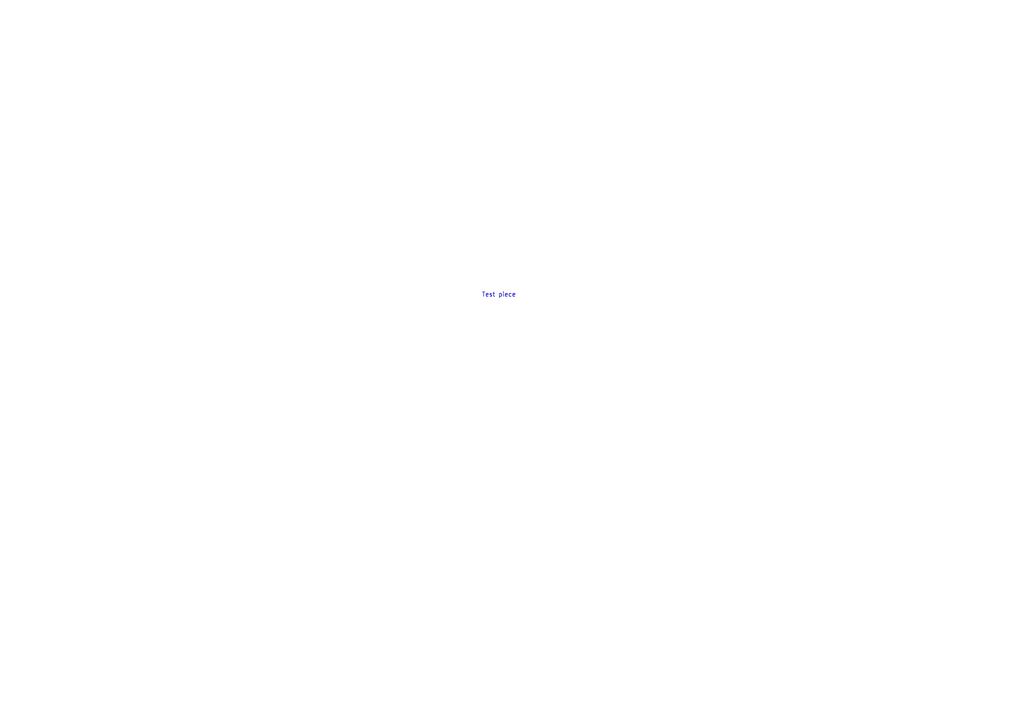
<source format=kicad_sch>
(kicad_sch (version 20230121) (generator eeschema)
  (paper "A4")
  (lib_symbols)
  (text "Test piece\n" (at 139.7 86.36 0) (effects (font (size 1.27 1.27)) (justify left bottom)))
)
</source>
